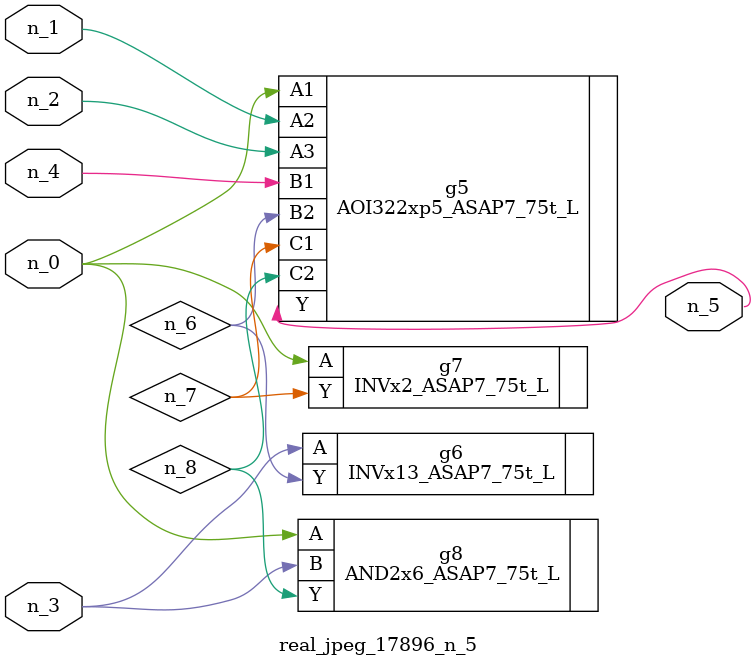
<source format=v>
module real_jpeg_17896_n_5 (n_4, n_0, n_1, n_2, n_3, n_5);

input n_4;
input n_0;
input n_1;
input n_2;
input n_3;

output n_5;

wire n_8;
wire n_6;
wire n_7;

AOI322xp5_ASAP7_75t_L g5 ( 
.A1(n_0),
.A2(n_1),
.A3(n_2),
.B1(n_4),
.B2(n_6),
.C1(n_7),
.C2(n_8),
.Y(n_5)
);

INVx2_ASAP7_75t_L g7 ( 
.A(n_0),
.Y(n_7)
);

AND2x6_ASAP7_75t_L g8 ( 
.A(n_0),
.B(n_3),
.Y(n_8)
);

INVx13_ASAP7_75t_L g6 ( 
.A(n_3),
.Y(n_6)
);


endmodule
</source>
